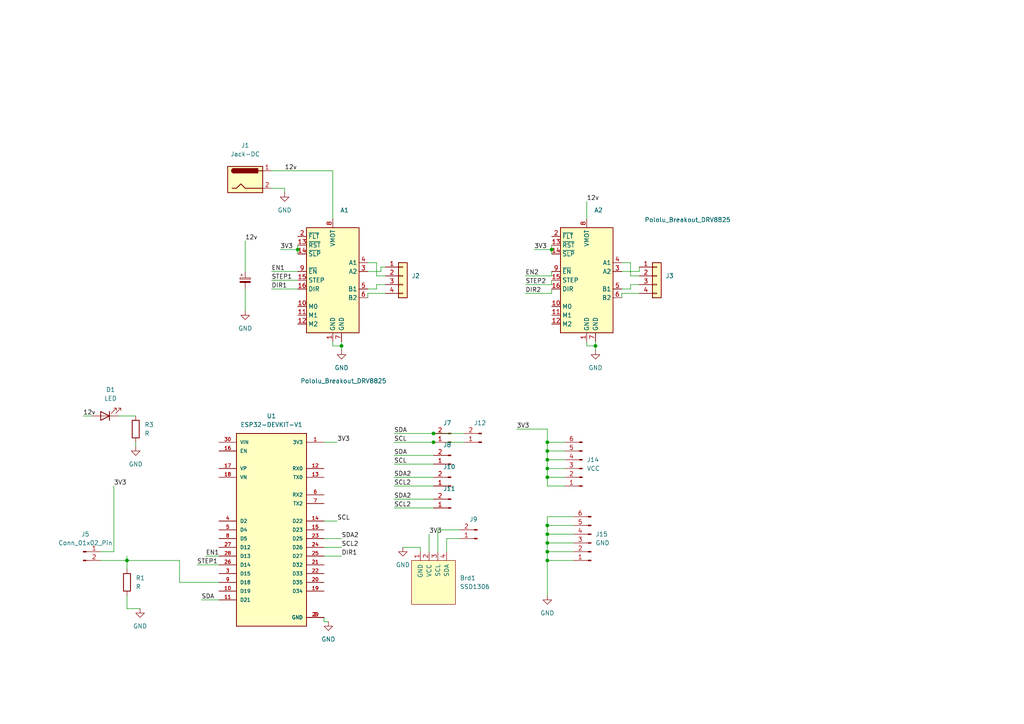
<source format=kicad_sch>
(kicad_sch (version 20250114) (generator "eeschema") (generator_version "9.0")
  (paper "A4")
  (lib_symbols
    (symbol "Connector:Conn_01x02_Pin" (pin_names (offset 1.016) (hide yes))
      (property "Reference" "J" (at 0 2.54 0))
      (property "Value" "Conn_01x02_Pin" (at 0 -5.08 0))
      (symbol "Conn_01x02_Pin_1_1"
        (rectangle (start 0.8636 0.127) (end 0 -0.127) (stroke (width 0.1524)) (fill (type outline)))
        (rectangle (start 0.8636 -2.413) (end 0 -2.667) (stroke (width 0.1524)) (fill (type outline)))
        (polyline (pts (xy 1.27 0) (xy 0.8636 0)) (stroke (width 0.1524)))
        (polyline (pts (xy 1.27 -2.54) (xy 0.8636 -2.54)) (stroke (width 0.1524)))
        (pin passive line (at 5.08 0 180) (length 3.81) (name "Pin_1") (number "1"))
        (pin passive line (at 5.08 -2.54 180) (length 3.81) (name "Pin_2") (number "2"))
      )
    )
    (symbol "Connector:Conn_01x06_Pin" (pin_names (offset 1.016) (hide yes))
      (property "Reference" "J" (at 0 7.62 0))
      (property "Value" "Conn_01x06_Pin" (at 0 -10.16 0))
      (symbol "Conn_01x06_Pin_1_1"
        (rectangle (start 0.8636 5.207) (end 0 4.953) (stroke (width 0.1524)) (fill (type outline)))
        (rectangle (start 0.8636 2.667) (end 0 2.413) (stroke (width 0.1524)) (fill (type outline)))
        (rectangle (start 0.8636 0.127) (end 0 -0.127) (stroke (width 0.1524)) (fill (type outline)))
        (rectangle (start 0.8636 -2.413) (end 0 -2.667) (stroke (width 0.1524)) (fill (type outline)))
        (rectangle (start 0.8636 -4.953) (end 0 -5.207) (stroke (width 0.1524)) (fill (type outline)))
        (rectangle (start 0.8636 -7.493) (end 0 -7.747) (stroke (width 0.1524)) (fill (type outline)))
        (polyline (pts (xy 1.27 5.08) (xy 0.8636 5.08)) (stroke (width 0.1524)))
        (polyline (pts (xy 1.27 2.54) (xy 0.8636 2.54)) (stroke (width 0.1524)))
        (polyline (pts (xy 1.27 0) (xy 0.8636 0)) (stroke (width 0.1524)))
        (polyline (pts (xy 1.27 -2.54) (xy 0.8636 -2.54)) (stroke (width 0.1524)))
        (polyline (pts (xy 1.27 -5.08) (xy 0.8636 -5.08)) (stroke (width 0.1524)))
        (polyline (pts (xy 1.27 -7.62) (xy 0.8636 -7.62)) (stroke (width 0.1524)))
        (pin passive line (at 5.08 5.08 180) (length 3.81) (name "Pin_1") (number "1"))
        (pin passive line (at 5.08 2.54 180) (length 3.81) (name "Pin_2") (number "2"))
        (pin passive line (at 5.08 0 180) (length 3.81) (name "Pin_3") (number "3"))
        (pin passive line (at 5.08 -2.54 180) (length 3.81) (name "Pin_4") (number "4"))
        (pin passive line (at 5.08 -5.08 180) (length 3.81) (name "Pin_5") (number "5"))
        (pin passive line (at 5.08 -7.62 180) (length 3.81) (name "Pin_6") (number "6"))
      )
    )
    (symbol "Connector:Jack-DC" (pin_names (offset 1.016))
      (property "Reference" "J" (at 0 5.334 0))
      (property "Value" "Jack-DC" (at 0 -5.08 0))
      (symbol "Jack-DC_0_1"
        (rectangle (start -5.08 3.81) (end 5.08 -3.81) (stroke (width 0.254)) (fill (type background)))
        (polyline (pts (xy -3.81 -2.54) (xy -2.54 -2.54) (xy -1.27 -1.27) (xy 0 -2.54) (xy 2.54 -2.54) (xy 5.08 -2.54)) (stroke (width 0.254)))
        (arc (start -3.302 1.905) (mid -3.9343 2.54) (end -3.302 3.175) (stroke (width 0.254)))
        (arc (start -3.302 1.905) (mid -3.9343 2.54) (end -3.302 3.175) (stroke (width 0.254)) (fill (type outline)))
        (rectangle (start 3.683 3.175) (end -3.302 1.905) (stroke (width 0.254)) (fill (type outline)))
        (polyline (pts (xy 5.08 2.54) (xy 3.81 2.54)) (stroke (width 0.254)))
      )
      (symbol "Jack-DC_1_1"
        (pin passive line (at 7.62 2.54 180) (length 2.54) (name "~") (number "1"))
        (pin passive line (at 7.62 -2.54 180) (length 2.54) (name "~") (number "2"))
      )
    )
    (symbol "Connector_Generic:Conn_01x04" (pin_names (offset 1.016) (hide yes))
      (property "Reference" "J" (at 0 5.08 0))
      (property "Value" "Conn_01x04" (at 0 -7.62 0))
      (symbol "Conn_01x04_1_1"
        (rectangle (start -1.27 3.81) (end 1.27 -6.35) (stroke (width 0.254)) (fill (type background)))
        (rectangle (start -1.27 2.667) (end 0 2.413) (stroke (width 0.1524)))
        (rectangle (start -1.27 0.127) (end 0 -0.127) (stroke (width 0.1524)))
        (rectangle (start -1.27 -2.413) (end 0 -2.667) (stroke (width 0.1524)))
        (rectangle (start -1.27 -4.953) (end 0 -5.207) (stroke (width 0.1524)))
        (pin passive line (at -5.08 2.54 0) (length 3.81) (name "Pin_1") (number "1"))
        (pin passive line (at -5.08 0 0) (length 3.81) (name "Pin_2") (number "2"))
        (pin passive line (at -5.08 -2.54 0) (length 3.81) (name "Pin_3") (number "3"))
        (pin passive line (at -5.08 -5.08 0) (length 3.81) (name "Pin_4") (number "4"))
      )
    )
    (symbol "Device:C_Polarized_Small" (pin_numbers (hide yes)) (pin_names (offset 0.254) (hide yes))
      (property "Reference" "C" (at 0.254 1.778 0))
      (property "Value" "C_Polarized_Small" (at 0.254 -2.032 0))
      (symbol "C_Polarized_Small_0_1"
        (rectangle (start -1.524 0.6858) (end 1.524 0.3048))
        (rectangle (start -1.524 -0.3048) (end 1.524 -0.6858) (fill (type outline)))
        (polyline (pts (xy -1.27 1.524) (xy -0.762 1.524)))
        (polyline (pts (xy -1.016 1.27) (xy -1.016 1.778)))
      )
      (symbol "C_Polarized_Small_1_1"
        (pin passive line (at 0 2.54 270) (length 1.8542) (name "~") (number "1"))
        (pin passive line (at 0 -2.54 90) (length 1.8542) (name "~") (number "2"))
      )
    )
    (symbol "Device:LED" (pin_numbers (hide yes)) (pin_names (offset 1.016) (hide yes))
      (property "Reference" "D" (at 0 2.54 0))
      (property "Value" "LED" (at 0 -2.54 0))
      (symbol "LED_0_1"
        (polyline (pts (xy -3.048 -0.762) (xy -4.572 -2.286) (xy -3.81 -2.286) (xy -4.572 -2.286) (xy -4.572 -1.524)))
        (polyline (pts (xy -1.778 -0.762) (xy -3.302 -2.286) (xy -2.54 -2.286) (xy -3.302 -2.286) (xy -3.302 -1.524)))
        (polyline (pts (xy -1.27 0) (xy 1.27 0)))
        (polyline (pts (xy -1.27 -1.27) (xy -1.27 1.27)) (stroke (width 0.254)))
        (polyline (pts (xy 1.27 -1.27) (xy 1.27 1.27) (xy -1.27 0) (xy 1.27 -1.27)) (stroke (width 0.254)))
      )
      (symbol "LED_1_1"
        (pin passive line (at -3.81 0 0) (length 2.54) (name "K") (number "1"))
        (pin passive line (at 3.81 0 180) (length 2.54) (name "A") (number "2"))
      )
    )
    (symbol "Device:R" (pin_numbers (hide yes)) (pin_names (offset 0))
      (property "Reference" "R" (at 2.032 0 90))
      (property "Value" "R" (at 0 0 90))
      (symbol "R_0_1"
        (rectangle (start -1.016 -2.54) (end 1.016 2.54) (stroke (width 0.254)))
      )
      (symbol "R_1_1"
        (pin passive line (at 0 3.81 270) (length 1.27) (name "~") (number "1"))
        (pin passive line (at 0 -3.81 90) (length 1.27) (name "~") (number "2"))
      )
    )
    (symbol "Driver_Motor:Pololu_Breakout_DRV8825"
      (property "Reference" "A" (at -2.54 16.51 0))
      (property "Value" "Pololu_Breakout_DRV8825" (at -2.54 13.97 0))
      (symbol "Pololu_Breakout_DRV8825_0_1"
        (rectangle (start 7.62 -17.78) (end -7.62 12.7) (stroke (width 0.254)) (fill (type background)))
      )
      (symbol "Pololu_Breakout_DRV8825_1_1"
        (pin output line (at -10.16 10.16 0) (length 2.54) (name "~{FLT}") (number "2"))
        (pin input line (at -10.16 7.62 0) (length 2.54) (name "~{RST}") (number "13"))
        (pin input line (at -10.16 5.08 0) (length 2.54) (name "~{SLP}") (number "14"))
        (pin input line (at -10.16 0 0) (length 2.54) (name "~{EN}") (number "9"))
        (pin input line (at -10.16 -2.54 0) (length 2.54) (name "STEP") (number "15"))
        (pin input line (at -10.16 -5.08 0) (length 2.54) (name "DIR") (number "16"))
        (pin input line (at -10.16 -10.16 0) (length 2.54) (name "M0") (number "10"))
        (pin input line (at -10.16 -12.7 0) (length 2.54) (name "M1") (number "11"))
        (pin input line (at -10.16 -15.24 0) (length 2.54) (name "M2") (number "12"))
        (pin power_in line (at 0 15.24 270) (length 2.54) (name "VMOT") (number "8"))
        (pin power_in line (at 0 -20.32 90) (length 2.54) (name "GND") (number "1"))
        (pin power_in line (at 2.54 -20.32 90) (length 2.54) (name "GND") (number "7"))
        (pin output line (at 10.16 2.54 180) (length 2.54) (name "A1") (number "4"))
        (pin output line (at 10.16 0 180) (length 2.54) (name "A2") (number "3"))
        (pin output line (at 10.16 -5.08 180) (length 2.54) (name "B1") (number "5"))
        (pin output line (at 10.16 -7.62 180) (length 2.54) (name "B2") (number "6"))
      )
    )
    (symbol "ESP32-DEVKIT-V1:ESP32-DEVKIT-V1" (pin_names (offset 1.016))
      (property "Reference" "U" (at -10.16 30.48 0))
      (property "Value" "ESP32-DEVKIT-V1" (at -10.16 -30.48 0))
      (symbol "ESP32-DEVKIT-V1_0_0"
        (rectangle (start -10.16 -27.94) (end 10.16 27.94) (stroke (width 0.254)) (fill (type background)))
        (pin input line (at -15.24 25.4 0) (length 5.08) (name "VIN") (number "30"))
        (pin input line (at -15.24 22.86 0) (length 5.08) (name "EN") (number "16"))
        (pin bidirectional line (at -15.24 17.78 0) (length 5.08) (name "VP") (number "17"))
        (pin bidirectional line (at -15.24 15.24 0) (length 5.08) (name "VN") (number "18"))
        (pin bidirectional line (at -15.24 2.54 0) (length 5.08) (name "D2") (number "4"))
        (pin bidirectional line (at -15.24 0 0) (length 5.08) (name "D4") (number "5"))
        (pin bidirectional line (at -15.24 -2.54 0) (length 5.08) (name "D5") (number "8"))
        (pin bidirectional line (at -15.24 -5.08 0) (length 5.08) (name "D12") (number "27"))
        (pin bidirectional line (at -15.24 -7.62 0) (length 5.08) (name "D13") (number "28"))
        (pin bidirectional line (at -15.24 -10.16 0) (length 5.08) (name "D14") (number "26"))
        (pin bidirectional line (at -15.24 -12.7 0) (length 5.08) (name "D15") (number "3"))
        (pin bidirectional line (at -15.24 -15.24 0) (length 5.08) (name "D18") (number "9"))
        (pin bidirectional line (at -15.24 -17.78 0) (length 5.08) (name "D19") (number "10"))
        (pin bidirectional line (at -15.24 -20.32 0) (length 5.08) (name "D21") (number "11"))
        (pin output line (at 15.24 25.4 180) (length 5.08) (name "3V3") (number "1"))
        (pin input line (at 15.24 17.78 180) (length 5.08) (name "RX0") (number "12"))
        (pin output line (at 15.24 15.24 180) (length 5.08) (name "TX0") (number "13"))
        (pin input line (at 15.24 10.16 180) (length 5.08) (name "RX2") (number "6"))
        (pin output line (at 15.24 7.62 180) (length 5.08) (name "TX2") (number "7"))
        (pin bidirectional line (at 15.24 2.54 180) (length 5.08) (name "D22") (number "14"))
        (pin bidirectional line (at 15.24 0 180) (length 5.08) (name "D23") (number "15"))
        (pin bidirectional line (at 15.24 -2.54 180) (length 5.08) (name "D25") (number "23"))
        (pin bidirectional line (at 15.24 -5.08 180) (length 5.08) (name "D26") (number "24"))
        (pin bidirectional line (at 15.24 -7.62 180) (length 5.08) (name "D27") (number "25"))
        (pin bidirectional line (at 15.24 -10.16 180) (length 5.08) (name "D32") (number "21"))
        (pin bidirectional line (at 15.24 -12.7 180) (length 5.08) (name "D33") (number "22"))
        (pin bidirectional line (at 15.24 -15.24 180) (length 5.08) (name "D35") (number "20"))
        (pin bidirectional line (at 15.24 -17.78 180) (length 5.08) (name "D34") (number "19"))
        (pin power_in line (at 15.24 -25.4 180) (length 5.08) (name "GND") (number "2"))
        (pin power_in line (at 15.24 -25.4 180) (length 5.08) (name "GND") (number "29"))
      )
    )
    (symbol "SSD1306-128x64_OLED:SSD1306" (pin_names (offset 1.016))
      (property "Reference" "Brd" (at 0 -3.81 0))
      (property "Value" "SSD1306" (at 0 -1.27 0))
      (symbol "SSD1306_0_1"
        (rectangle (start -6.35 6.35) (end 6.35 -6.35) (fill (type background)))
      )
      (symbol "SSD1306_1_1"
        (pin input line (at -3.81 8.89 270) (length 2.54) (name "GND") (number "1"))
        (pin input line (at -1.27 8.89 270) (length 2.54) (name "VCC") (number "2"))
        (pin input line (at 1.27 8.89 270) (length 2.54) (name "SCL") (number "3"))
        (pin input line (at 3.81 8.89 270) (length 2.54) (name "SDA") (number "4"))
      )
    )
    (symbol "power:GND" (power) (pin_numbers (hide yes)) (pin_names (offset 0) (hide yes))
      (property "Value" "GND" (at 0 -3.81 0))
      (symbol "GND_0_1"
        (polyline (pts (xy 0 0) (xy 0 -1.27) (xy 1.27 -1.27) (xy 0 -2.54) (xy -1.27 -1.27) (xy 0 -1.27)))
      )
      (symbol "GND_1_1"
        (pin power_in line (at 0 0 270) (length 0) (name "~") (number "1"))
      )
    )
  )
  (junction (at 158.75 152.4))
  (junction (at 36.83 162.56))
  (junction (at 158.75 160.02))
  (junction (at 125.73 128.27))
  (junction (at 158.75 128.27))
  (junction (at 86.36 72.39))
  (junction (at 158.75 133.35))
  (junction (at 125.73 125.73))
  (junction (at 158.75 138.43))
  (junction (at 158.75 157.48))
  (junction (at 158.75 162.56))
  (junction (at 158.75 135.89))
  (junction (at 99.06 100.33))
  (junction (at 172.72 100.33))
  (junction (at 160.02 72.39))
  (junction (at 158.75 130.81))
  (junction (at 158.75 154.94))
  (wire (pts (xy 158.75 152.4) (xy 158.75 154.94)))
  (wire (pts (xy 180.34 85.09) (xy 180.34 86.36)))
  (wire (pts (xy 96.52 63.5) (xy 96.52 49.53)))
  (wire (pts (xy 106.68 83.82) (xy 109.22 83.82)))
  (wire (pts (xy 34.29 120.65) (xy 39.37 120.65)))
  (wire (pts (xy 114.3 144.78) (xy 125.73 144.78)))
  (wire (pts (xy 86.36 72.39) (xy 86.36 73.66)))
  (wire (pts (xy 158.75 130.81) (xy 158.75 133.35)))
  (wire (pts (xy 78.74 78.74) (xy 86.36 78.74)))
  (wire (pts (xy 63.5 168.91) (xy 52.07 168.91)))
  (wire (pts (xy 158.75 138.43) (xy 163.83 138.43)))
  (wire (pts (xy 158.75 149.86) (xy 166.37 149.86)))
  (wire (pts (xy 182.88 82.55) (xy 185.42 82.55)))
  (wire (pts (xy 182.88 76.2) (xy 182.88 80.01)))
  (wire (pts (xy 82.55 54.61) (xy 82.55 55.88)))
  (wire (pts (xy 158.75 154.94) (xy 166.37 154.94)))
  (wire (pts (xy 81.28 72.39) (xy 86.36 72.39)))
  (wire (pts (xy 125.73 128.27) (xy 134.62 128.27)))
  (wire (pts (xy 114.3 147.32) (xy 125.73 147.32)))
  (wire (pts (xy 58.42 173.99) (xy 63.5 173.99)))
  (wire (pts (xy 182.88 83.82) (xy 182.88 82.55)))
  (wire (pts (xy 182.88 80.01) (xy 185.42 80.01)))
  (wire (pts (xy 114.3 138.43) (xy 125.73 138.43)))
  (wire (pts (xy 160.02 85.09) (xy 160.02 83.82)))
  (wire (pts (xy 158.75 128.27) (xy 158.75 130.81)))
  (wire (pts (xy 154.94 72.39) (xy 160.02 72.39)))
  (wire (pts (xy 180.34 76.2) (xy 182.88 76.2)))
  (wire (pts (xy 180.34 78.74) (xy 185.42 78.74)))
  (wire (pts (xy 93.98 158.75) (xy 99.06 158.75)))
  (wire (pts (xy 116.84 158.75) (xy 121.92 158.75)))
  (wire (pts (xy 71.12 69.85) (xy 71.12 78.74)))
  (wire (pts (xy 39.37 128.27) (xy 39.37 129.54)))
  (wire (pts (xy 133.35 156.21) (xy 129.54 156.21)))
  (wire (pts (xy 158.75 162.56) (xy 158.75 172.72)))
  (wire (pts (xy 185.42 85.09) (xy 180.34 85.09)))
  (wire (pts (xy 29.21 160.02) (xy 33.02 160.02)))
  (wire (pts (xy 114.3 125.73) (xy 125.73 125.73)))
  (wire (pts (xy 52.07 162.56) (xy 36.83 162.56)))
  (wire (pts (xy 93.98 151.13) (xy 97.79 151.13)))
  (wire (pts (xy 185.42 78.74) (xy 185.42 77.47)))
  (wire (pts (xy 158.75 128.27) (xy 163.83 128.27)))
  (wire (pts (xy 124.46 154.94) (xy 124.46 160.02)))
  (wire (pts (xy 158.75 124.46) (xy 158.75 128.27)))
  (wire (pts (xy 114.3 132.08) (xy 125.73 132.08)))
  (wire (pts (xy 71.12 83.82) (xy 71.12 90.17)))
  (wire (pts (xy 99.06 99.06) (xy 99.06 100.33)))
  (wire (pts (xy 52.07 168.91) (xy 52.07 162.56)))
  (wire (pts (xy 158.75 135.89) (xy 158.75 138.43)))
  (wire (pts (xy 57.15 163.83) (xy 63.5 163.83)))
  (wire (pts (xy 180.34 83.82) (xy 182.88 83.82)))
  (wire (pts (xy 110.49 78.74) (xy 110.49 77.47)))
  (wire (pts (xy 127 153.67) (xy 133.35 153.67)))
  (wire (pts (xy 36.83 161.29) (xy 36.83 162.56)))
  (wire (pts (xy 93.98 179.07) (xy 93.98 180.34)))
  (wire (pts (xy 158.75 152.4) (xy 166.37 152.4)))
  (wire (pts (xy 158.75 130.81) (xy 163.83 130.81)))
  (wire (pts (xy 158.75 160.02) (xy 166.37 160.02)))
  (wire (pts (xy 109.22 76.2) (xy 109.22 80.01)))
  (wire (pts (xy 106.68 78.74) (xy 110.49 78.74)))
  (wire (pts (xy 125.73 125.73) (xy 134.62 125.73)))
  (wire (pts (xy 149.86 124.46) (xy 158.75 124.46)))
  (wire (pts (xy 158.75 133.35) (xy 158.75 135.89)))
  (wire (pts (xy 158.75 133.35) (xy 163.83 133.35)))
  (wire (pts (xy 160.02 72.39) (xy 160.02 73.66)))
  (wire (pts (xy 59.69 161.29) (xy 63.5 161.29)))
  (wire (pts (xy 158.75 162.56) (xy 166.37 162.56)))
  (wire (pts (xy 170.18 99.06) (xy 170.18 100.33)))
  (wire (pts (xy 160.02 80.01) (xy 160.02 78.74)))
  (wire (pts (xy 114.3 140.97) (xy 125.73 140.97)))
  (wire (pts (xy 109.22 80.01) (xy 111.76 80.01)))
  (wire (pts (xy 158.75 140.97) (xy 163.83 140.97)))
  (wire (pts (xy 24.13 120.65) (xy 26.67 120.65)))
  (wire (pts (xy 36.83 162.56) (xy 36.83 165.1)))
  (wire (pts (xy 172.72 100.33) (xy 172.72 101.6)))
  (wire (pts (xy 93.98 180.34) (xy 95.25 180.34)))
  (wire (pts (xy 127 160.02) (xy 127 153.67)))
  (wire (pts (xy 36.83 176.53) (xy 40.64 176.53)))
  (wire (pts (xy 78.74 83.82) (xy 86.36 83.82)))
  (wire (pts (xy 158.75 154.94) (xy 158.75 157.48)))
  (wire (pts (xy 158.75 160.02) (xy 158.75 162.56)))
  (wire (pts (xy 114.3 128.27) (xy 125.73 128.27)))
  (wire (pts (xy 160.02 82.55) (xy 160.02 81.28)))
  (wire (pts (xy 86.36 71.12) (xy 86.36 72.39)))
  (wire (pts (xy 172.72 99.06) (xy 172.72 100.33)))
  (wire (pts (xy 160.02 71.12) (xy 160.02 72.39)))
  (wire (pts (xy 109.22 83.82) (xy 109.22 82.55)))
  (wire (pts (xy 29.21 162.56) (xy 36.83 162.56)))
  (wire (pts (xy 96.52 99.06) (xy 96.52 100.33)))
  (wire (pts (xy 152.4 80.01) (xy 160.02 80.01)))
  (wire (pts (xy 158.75 149.86) (xy 158.75 152.4)))
  (wire (pts (xy 158.75 157.48) (xy 158.75 160.02)))
  (wire (pts (xy 170.18 58.42) (xy 170.18 63.5)))
  (wire (pts (xy 158.75 157.48) (xy 166.37 157.48)))
  (wire (pts (xy 110.49 77.47) (xy 111.76 77.47)))
  (wire (pts (xy 106.68 85.09) (xy 106.68 86.36)))
  (wire (pts (xy 96.52 100.33) (xy 99.06 100.33)))
  (wire (pts (xy 152.4 82.55) (xy 160.02 82.55)))
  (wire (pts (xy 33.02 140.97) (xy 33.02 160.02)))
  (wire (pts (xy 170.18 100.33) (xy 172.72 100.33)))
  (wire (pts (xy 129.54 156.21) (xy 129.54 160.02)))
  (wire (pts (xy 106.68 76.2) (xy 109.22 76.2)))
  (wire (pts (xy 121.92 158.75) (xy 121.92 160.02)))
  (wire (pts (xy 158.75 138.43) (xy 158.75 140.97)))
  (wire (pts (xy 158.75 135.89) (xy 163.83 135.89)))
  (wire (pts (xy 93.98 128.27) (xy 97.79 128.27)))
  (wire (pts (xy 114.3 134.62) (xy 125.73 134.62)))
  (wire (pts (xy 36.83 172.72) (xy 36.83 176.53)))
  (wire (pts (xy 99.06 100.33) (xy 99.06 101.6)))
  (wire (pts (xy 109.22 82.55) (xy 111.76 82.55)))
  (wire (pts (xy 152.4 85.09) (xy 160.02 85.09)))
  (wire (pts (xy 78.74 81.28) (xy 86.36 81.28)))
  (wire (pts (xy 93.98 161.29) (xy 99.06 161.29)))
  (wire (pts (xy 78.74 54.61) (xy 82.55 54.61)))
  (wire (pts (xy 93.98 156.21) (xy 99.06 156.21)))
  (wire (pts (xy 78.74 49.53) (xy 96.52 49.53)))
  (wire (pts (xy 111.76 85.09) (xy 106.68 85.09)))
  (label "3V3" (at 33.02 140.97 0))
  (label "12v" (at 170.18 58.42 0))
  (label "SDA" (at 114.3 125.73 0))
  (label "STEP1" (at 78.74 81.28 0))
  (label "SDA2" (at 114.3 144.78 0))
  (label "EN1" (at 59.69 161.29 0))
  (label "SCL2" (at 114.3 147.32 0))
  (label "SCL" (at 97.79 151.13 0))
  (label "STEP1" (at 57.15 163.83 0))
  (label "SDA" (at 58.42 173.99 0))
  (label "DIR1" (at 99.06 161.29 0))
  (label "SCL2" (at 114.3 140.97 0))
  (label "3V3" (at 124.46 154.94 0))
  (label "STEP2" (at 152.4 82.55 0))
  (label "DIR1" (at 78.74 83.82 0))
  (label "SDA2" (at 99.06 156.21 0))
  (label "EN1" (at 78.74 78.74 0))
  (label "SDA2" (at 114.3 138.43 0))
  (label "3V3" (at 97.79 128.27 0))
  (label "SCL" (at 114.3 134.62 0))
  (label "3V3" (at 81.28 72.39 0))
  (label "SCL" (at 114.3 128.27 0))
  (label "SDA" (at 114.3 132.08 0))
  (label "12v" (at 24.13 120.65 0))
  (label "DIR2" (at 152.4 85.09 0))
  (label "12v" (at 82.55 49.53 0))
  (label "EN2" (at 152.4 80.01 0))
  (label "3V3" (at 149.86 124.46 0))
  (label "3V3" (at 154.94 72.39 0))
  (label "SCL2" (at 99.06 158.75 0))
  (label "12v" (at 71.12 69.85 0))
  (symbol (lib_id "Connector:Jack-DC") (at 71.12 52.07 0) (unit 1)
    (property "Reference" "J1" (at 71.12 42.164 0))
    (property "Value" "Jack-DC" (at 71.12 44.704 0))
    (property "Footprint" "Connector_BarrelJack:BarrelJack_Horizontal" (effects (hide yes)))
    (property "Description" "DC Barrel Jack" (effects (hide yes)))
  )
  (symbol (lib_id "Connector:Conn_01x02_Pin") (at 130.81 147.32 180) (unit 1)
    (property "Reference" "J11" (at 128.524 141.732 0) (effects (justify right)))
    (property "Value" "Conn_01x02_Pin" (effects (hide yes)))
    (property "Footprint" "Connector_PinHeader_2.54mm:PinHeader_2x01_P2.54mm_Vertical" (effects (hide yes)))
    (property "Description" "Generic connector, single row, 01x02, script generated" (effects (hide yes)))
  )
  (symbol (lib_id "power:GND") (at 158.75 172.72 0) (unit 1)
    (property "Reference" "#PWR09" (effects (hide yes)))
    (property "Value" "GND" (at 158.75 177.8 0))
    (property "Description" "Power symbol creates a global label with name \"GND\" , ground" (effects (hide yes)))
  )
  (symbol (lib_id "power:GND") (at 99.06 101.6 0) (unit 1)
    (property "Reference" "#PWR02" (effects (hide yes)))
    (property "Value" "GND" (at 99.06 106.68 0))
    (property "Description" "Power symbol creates a global label with name \"GND\" , ground" (effects (hide yes)))
  )
  (symbol (lib_id "Device:LED") (at 30.48 120.65 180) (unit 1)
    (property "Reference" "D1" (at 32.0675 113.03 0))
    (property "Value" "LED" (at 32.0675 115.57 0))
    (property "Footprint" "LED_THT:LED_D5.0mm" (effects (hide yes)))
    (property "Description" "Light emitting diode" (effects (hide yes)))
    (property "Sim.Pins" "1=K 2=A" (effects (hide yes)))
  )
  (symbol (lib_id "Connector:Conn_01x02_Pin") (at 139.7 128.27 180) (unit 1)
    (property "Reference" "J12" (at 137.414 122.682 0) (effects (justify right)))
    (property "Value" "Conn_01x02_Pin" (effects (hide yes)))
    (property "Footprint" "Connector_PinHeader_2.54mm:PinHeader_2x01_P2.54mm_Vertical" (effects (hide yes)))
    (property "Description" "Generic connector, single row, 01x02, script generated" (effects (hide yes)))
  )
  (symbol (lib_id "Connector:Conn_01x02_Pin") (at 130.81 134.62 180) (unit 1)
    (property "Reference" "J8" (at 128.524 129.032 0) (effects (justify right)))
    (property "Value" "Conn_01x02_Pin" (effects (hide yes)))
    (property "Footprint" "Connector_PinHeader_2.54mm:PinHeader_2x01_P2.54mm_Vertical" (effects (hide yes)))
    (property "Description" "Generic connector, single row, 01x02, script generated" (effects (hide yes)))
  )
  (symbol (lib_id "SSD1306-128x64_OLED:SSD1306") (at 125.73 168.91 0) (unit 1)
    (property "Reference" "Brd1" (at 133.35 167.6399 0) (effects (justify left)))
    (property "Value" "SSD1306" (at 133.35 170.1799 0) (effects (justify left)))
    (property "Footprint" "SSD1306:128x64OLED" (effects (hide yes)))
    (property "Description" "SSD1306 OLED" (effects (hide yes)))
  )
  (symbol (lib_id "Connector:Conn_01x06_Pin") (at 168.91 135.89 180) (unit 1)
    (property "Reference" "J14" (at 170.18 133.3499 0) (effects (justify right)))
    (property "Value" "VCC" (at 170.18 135.8899 0) (effects (justify right)))
    (property "Footprint" "Connector_PinHeader_2.54mm:PinHeader_2x03_P2.54mm_Vertical" (effects (hide yes)))
    (property "Description" "Generic connector, single row, 01x06, script generated" (effects (hide yes)))
  )
  (symbol (lib_id "Driver_Motor:Pololu_Breakout_DRV8825") (at 170.18 78.74 0) (unit 1) (on_board no)
    (property "Reference" "A2" (at 172.3233 60.96 0) (effects (justify left)))
    (property "Value" "Pololu_Breakout_DRV8825" (at 186.944 63.754 0) (effects (justify left)))
    (property "Footprint" "Module:Pololu_Breakout-16_15.2x20.3mm" (effects (hide yes)))
    (property "Datasheet" "https://www.pololu.com/product/2982" (effects (hide yes)))
    (property "Description" "Pololu Breakout Board, Stepper Driver DRV8825" (effects (hide yes)))
  )
  (symbol (lib_id "Connector:Conn_01x02_Pin") (at 130.81 140.97 180) (unit 1)
    (property "Reference" "J10" (at 128.524 135.382 0) (effects (justify right)))
    (property "Value" "Conn_01x02_Pin" (effects (hide yes)))
    (property "Footprint" "Connector_PinHeader_2.54mm:PinHeader_2x01_P2.54mm_Vertical" (effects (hide yes)))
    (property "Description" "Generic connector, single row, 01x02, script generated" (effects (hide yes)))
  )
  (symbol (lib_id "Connector_Generic:Conn_01x04") (at 116.84 80.01 0) (unit 1)
    (property "Reference" "J2" (at 119.38 80.0099 0) (effects (justify left)))
    (property "Value" "Conn_01x04" (effects (hide yes)))
    (property "Footprint" "TerminalBlock_Phoenix:TerminalBlock_Phoenix_MKDS-1,5-4-5.08_1x04_P5.08mm_Horizontal" (effects (hide yes)))
    (property "Description" "Generic connector, single row, 01x04, script generated (kicad-library-utils/schlib/autogen/connector/)" (effects (hide yes)))
  )
  (symbol (lib_id "power:GND") (at 172.72 101.6 0) (unit 1)
    (property "Reference" "#PWR04" (effects (hide yes)))
    (property "Value" "GND" (at 172.72 106.68 0))
    (property "Description" "Power symbol creates a global label with name \"GND\" , ground" (effects (hide yes)))
  )
  (symbol (lib_id "Driver_Motor:Pololu_Breakout_DRV8825") (at 96.52 78.74 0) (unit 1)
    (property "Reference" "A1" (at 98.6633 60.96 0) (effects (justify left)))
    (property "Value" "Pololu_Breakout_DRV8825" (at 87.122 110.49 0) (effects (justify left)))
    (property "Footprint" "Module:Pololu_Breakout-16_15.2x20.3mm" (effects (hide yes)))
    (property "Datasheet" "https://www.pololu.com/product/2982" (effects (hide yes)))
    (property "Description" "Pololu Breakout Board, Stepper Driver DRV8825" (effects (hide yes)))
  )
  (symbol (lib_id "Connector:Conn_01x02_Pin") (at 130.81 128.27 180) (unit 1)
    (property "Reference" "J7" (at 128.524 122.682 0) (effects (justify right)))
    (property "Value" "Conn_01x02_Pin" (effects (hide yes)))
    (property "Footprint" "Connector_PinHeader_2.54mm:PinHeader_2x01_P2.54mm_Vertical" (effects (hide yes)))
    (property "Description" "Generic connector, single row, 01x02, script generated" (effects (hide yes)))
  )
  (symbol (lib_id "power:GND") (at 39.37 129.54 0) (unit 1)
    (property "Reference" "#PWR07" (effects (hide yes)))
    (property "Value" "GND" (at 39.37 134.62 0))
    (property "Description" "Power symbol creates a global label with name \"GND\" , ground" (effects (hide yes)))
  )
  (symbol (lib_id "power:GND") (at 116.84 158.75 0) (unit 1)
    (property "Reference" "#PWR08" (effects (hide yes)))
    (property "Value" "GND" (at 116.84 163.83 0))
    (property "Description" "Power symbol creates a global label with name \"GND\" , ground" (effects (hide yes)))
  )
  (symbol (lib_id "Connector:Conn_01x02_Pin") (at 138.43 156.21 180) (unit 1)
    (property "Reference" "J9" (at 136.144 150.622 0) (effects (justify right)))
    (property "Value" "Conn_01x02_Pin" (effects (hide yes)))
    (property "Footprint" "Connector_PinHeader_2.54mm:PinHeader_2x01_P2.54mm_Vertical" (effects (hide yes)))
    (property "Description" "Generic connector, single row, 01x02, script generated" (effects (hide yes)))
  )
  (symbol (lib_id "Connector_Generic:Conn_01x04") (at 190.5 80.01 0) (unit 1) (on_board no)
    (property "Reference" "J3" (at 193.04 80.0099 0) (effects (justify left)))
    (property "Value" "Conn_01x04" (effects (hide yes)))
    (property "Footprint" "TerminalBlock_Phoenix:TerminalBlock_Phoenix_MKDS-1,5-4-5.08_1x04_P5.08mm_Horizontal" (effects (hide yes)))
    (property "Description" "Generic connector, single row, 01x04, script generated (kicad-library-utils/schlib/autogen/connector/)" (effects (hide yes)))
  )
  (symbol (lib_id "Connector:Conn_01x02_Pin") (at 24.13 160.02 0) (unit 1)
    (property "Reference" "J5" (at 24.765 154.94 0))
    (property "Value" "Conn_01x02_Pin" (at 24.765 157.48 0))
    (property "Footprint" "TerminalBlock_Phoenix:TerminalBlock_Phoenix_MKDS-1,5-2-5.08_1x02_P5.08mm_Horizontal" (effects (hide yes)))
    (property "Description" "Generic connector, single row, 01x02, script generated" (effects (hide yes)))
  )
  (symbol (lib_id "power:GND") (at 82.55 55.88 0) (unit 1)
    (property "Reference" "#PWR01" (effects (hide yes)))
    (property "Value" "GND" (at 82.55 60.96 0))
    (property "Description" "Power symbol creates a global label with name \"GND\" , ground" (effects (hide yes)))
  )
  (symbol (lib_id "Connector:Conn_01x06_Pin") (at 171.45 157.48 180) (unit 1)
    (property "Reference" "J15" (at 172.72 154.9399 0) (effects (justify right)))
    (property "Value" "GND" (at 172.72 157.4799 0) (effects (justify right)))
    (property "Footprint" "Connector_PinHeader_2.54mm:PinHeader_2x03_P2.54mm_Vertical" (effects (hide yes)))
    (property "Description" "Generic connector, single row, 01x06, script generated" (effects (hide yes)))
  )
  (symbol (lib_id "power:GND") (at 40.64 176.53 0) (unit 1)
    (property "Reference" "#PWR05" (effects (hide yes)))
    (property "Value" "GND" (at 40.64 181.61 0))
    (property "Description" "Power symbol creates a global label with name \"GND\" , ground" (effects (hide yes)))
  )
  (symbol (lib_id "Device:C_Polarized_Small") (at 71.12 81.28 0) (unit 1)
    (property "Reference" "C2" (effects (hide yes)))
    (property "Value" "C_Polarized_Small" (effects (hide yes)))
    (property "Footprint" "Capacitor_THT:CP_Radial_D8.0mm_P5.00mm" (effects (hide yes)))
    (property "Description" "Polarized capacitor, small symbol" (effects (hide yes)))
  )
  (symbol (lib_id "Device:R") (at 36.83 168.91 0) (unit 1)
    (property "Reference" "R1" (at 39.37 167.6399 0) (effects (justify left)))
    (property "Value" "R" (at 39.37 170.1799 0) (effects (justify left)))
    (property "Footprint" "Resistor_THT:R_Axial_DIN0207_L6.3mm_D2.5mm_P7.62mm_Horizontal" (effects (hide yes)))
    (property "Description" "Resistor" (effects (hide yes)))
  )
  (symbol (lib_id "power:GND") (at 71.12 90.17 0) (unit 1)
    (property "Reference" "#PWR03" (effects (hide yes)))
    (property "Value" "GND" (at 71.12 95.25 0))
    (property "Description" "Power symbol creates a global label with name \"GND\" , ground" (effects (hide yes)))
  )
  (symbol (lib_id "ESP32-DEVKIT-V1:ESP32-DEVKIT-V1") (at 78.74 153.67 0) (unit 1)
    (property "Reference" "U1" (at 78.74 120.65 0))
    (property "Value" "ESP32-DEVKIT-V1" (at 78.74 123.19 0))
    (property "Footprint" "huella ESP32 DEV KIT:MODULE_ESP32_DEVKIT_V1" (effects (hide yes)))
    (property "MF" "Do it" (effects (hide yes)))
    (property "MAXIMUM_PACKAGE_HEIGHT" "6.8 mm" (effects (hide yes)))
    (property "Package" "None" (effects (hide yes)))
    (property "Price" "None" (effects (hide yes)))
    (property "Check_prices" "https://www.snapeda.com/parts/ESP32-DEVKIT-V1/Do+it/view-part/?ref=eda" (effects (hide yes)))
    (property "STANDARD" "Manufacturer Recommendations" (effects (hide yes)))
    (property "PARTREV" "N/A" (effects (hide yes)))
    (property "SnapEDA_Link" "https://www.snapeda.com/parts/ESP32-DEVKIT-V1/Do+it/view-part/?ref=snap" (effects (hide yes)))
    (property "MP" "ESP32-DEVKIT-V1" (effects (hide yes)))
    (property "Description_1" "Dual core, Wi-Fi: 2.4 GHz up to 150 Mbits/s,BLE (Bluetooth Low Energy) and legacy Bluetooth, 32 bits, Up to 240 MHz" (effects (hide yes)))
    (property "Availability" "Not in stock" (effects (hide yes)))
    (property "MANUFACTURER" "DOIT" (effects (hide yes)))
  )
  (symbol (lib_id "power:GND") (at 95.25 180.34 0) (unit 1)
    (property "Reference" "#PWR06" (effects (hide yes)))
    (property "Value" "GND" (at 95.25 185.42 0))
    (property "Description" "Power symbol creates a global label with name \"GND\" , ground" (effects (hide yes)))
  )
  (symbol (lib_id "Device:R") (at 39.37 124.46 0) (unit 1)
    (property "Reference" "R3" (at 41.91 123.1899 0) (effects (justify left)))
    (property "Value" "R" (at 41.91 125.7299 0) (effects (justify left)))
    (property "Footprint" "Resistor_THT:R_Axial_DIN0207_L6.3mm_D2.5mm_P7.62mm_Horizontal" (effects (hide yes)))
    (property "Description" "Resistor" (effects (hide yes)))
  )
)
</source>
